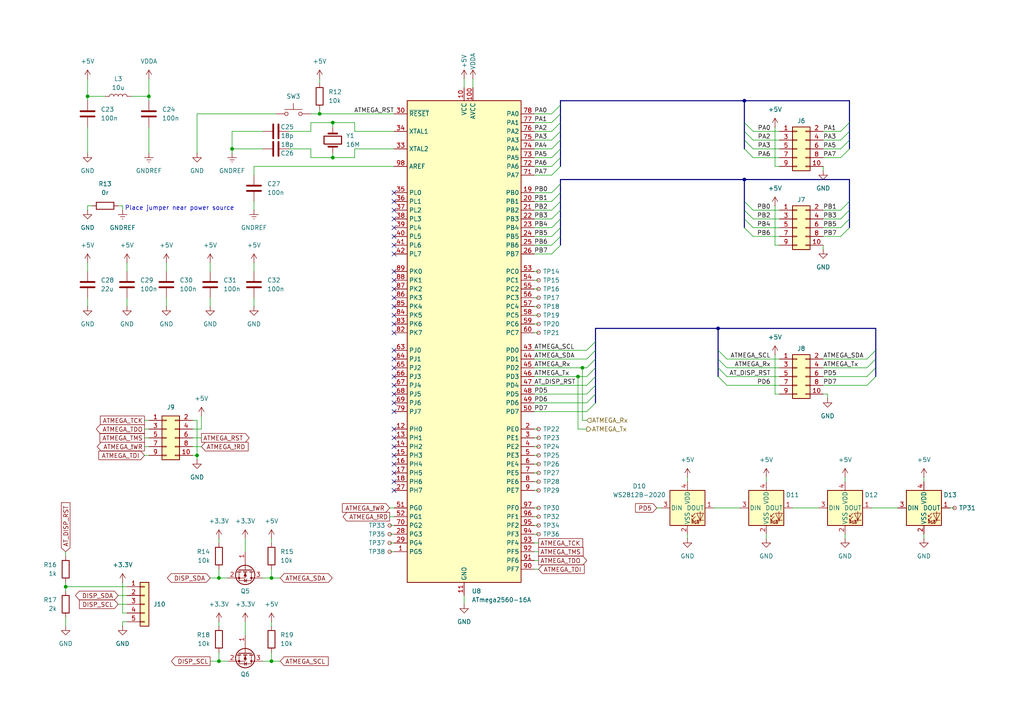
<source format=kicad_sch>
(kicad_sch (version 20231120) (generator "eeschema") (generator_version "8.0")
  (paper "A4")
  (title_block (rev "v1.0") (company "Mechatronik Schule Winterthur"))
  (junction (at 63.5 167.64))
  (junction (at 43.18 27.94))
  (junction (at 168.91 106.68))
  (junction (at 215.9 52.07))
  (junction (at 96.52 35.56))
  (junction (at 19.05 170.18))
  (junction (at 67.31 43.18))
  (junction (at 78.74 191.77))
  (junction (at 208.28 95.25))
  (junction (at 215.9 29.21))
  (junction (at 96.52 45.72))
  (junction (at 78.74 167.64))
  (junction (at 25.4 27.94))
  (junction (at 92.71 33.02))
  (junction (at 63.5 191.77))
  (junction (at 57.15 132.08))
  (junction (at 167.64 109.22))
  (no_connect (at 114.3 60.96))
  (no_connect (at 114.3 71.12))
  (no_connect (at 114.3 137.16))
  (no_connect (at 114.3 111.76))
  (no_connect (at 114.3 81.28))
  (no_connect (at 114.3 114.3))
  (no_connect (at 114.3 88.9))
  (no_connect (at 114.3 134.62))
  (no_connect (at 114.3 66.04))
  (no_connect (at 114.3 142.24))
  (no_connect (at 114.3 58.42))
  (no_connect (at 114.3 104.14))
  (no_connect (at 114.3 119.38))
  (no_connect (at 114.3 116.84))
  (no_connect (at 114.3 124.46))
  (no_connect (at 114.3 55.88))
  (no_connect (at 114.3 91.44))
  (no_connect (at 114.3 83.82))
  (no_connect (at 114.3 132.08))
  (no_connect (at 114.3 127))
  (no_connect (at 114.3 78.74))
  (no_connect (at 114.3 101.6))
  (no_connect (at 114.3 129.54))
  (no_connect (at 114.3 86.36))
  (no_connect (at 114.3 68.58))
  (no_connect (at 114.3 106.68))
  (no_connect (at 114.3 139.7))
  (no_connect (at 114.3 109.22))
  (no_connect (at 114.3 73.66))
  (no_connect (at 114.3 93.98))
  (no_connect (at 114.3 63.5))
  (no_connect (at 114.3 96.52))
  (bus_entry (at 215.9 40.64) (size 2.54 2.54))
  (bus_entry (at 160.02 45.72) (size 2.54 -2.54))
  (bus_entry (at 243.84 68.58) (size 2.54 -2.54))
  (bus_entry (at 251.46 106.68) (size 2.54 -2.54))
  (bus_entry (at 251.46 109.22) (size 2.54 -2.54))
  (bus_entry (at 160.02 73.66) (size 2.54 -2.54))
  (bus_entry (at 170.18 114.3) (size 2.54 -2.54))
  (bus_entry (at 160.02 71.12) (size 2.54 -2.54))
  (bus_entry (at 170.18 106.68) (size 2.54 -2.54))
  (bus_entry (at 160.02 60.96) (size 2.54 -2.54))
  (bus_entry (at 170.18 116.84) (size 2.54 -2.54))
  (bus_entry (at 215.9 60.96) (size 2.54 2.54))
  (bus_entry (at 160.02 35.56) (size 2.54 -2.54))
  (bus_entry (at 160.02 68.58) (size 2.54 -2.54))
  (bus_entry (at 170.18 104.14) (size 2.54 -2.54))
  (bus_entry (at 160.02 38.1) (size 2.54 -2.54))
  (bus_entry (at 160.02 66.04) (size 2.54 -2.54))
  (bus_entry (at 243.84 43.18) (size 2.54 -2.54))
  (bus_entry (at 160.02 63.5) (size 2.54 -2.54))
  (bus_entry (at 170.18 111.76) (size 2.54 -2.54))
  (bus_entry (at 208.28 106.68) (size 2.54 2.54))
  (bus_entry (at 160.02 50.8) (size 2.54 -2.54))
  (bus_entry (at 251.46 111.76) (size 2.54 -2.54))
  (bus_entry (at 243.84 45.72) (size 2.54 -2.54))
  (bus_entry (at 215.9 35.56) (size 2.54 2.54))
  (bus_entry (at 215.9 66.04) (size 2.54 2.54))
  (bus_entry (at 208.28 101.6) (size 2.54 2.54))
  (bus_entry (at 243.84 63.5) (size 2.54 -2.54))
  (bus_entry (at 215.9 38.1) (size 2.54 2.54))
  (bus_entry (at 208.28 104.14) (size 2.54 2.54))
  (bus_entry (at 251.46 104.14) (size 2.54 -2.54))
  (bus_entry (at 160.02 33.02) (size 2.54 -2.54))
  (bus_entry (at 170.18 119.38) (size 2.54 -2.54))
  (bus_entry (at 160.02 43.18) (size 2.54 -2.54))
  (bus_entry (at 160.02 55.88) (size 2.54 -2.54))
  (bus_entry (at 243.84 38.1) (size 2.54 -2.54))
  (bus_entry (at 208.28 109.22) (size 2.54 2.54))
  (bus_entry (at 170.18 101.6) (size 2.54 -2.54))
  (bus_entry (at 243.84 40.64) (size 2.54 -2.54))
  (bus_entry (at 160.02 40.64) (size 2.54 -2.54))
  (bus_entry (at 215.9 58.42) (size 2.54 2.54))
  (bus_entry (at 215.9 63.5) (size 2.54 2.54))
  (bus_entry (at 215.9 43.18) (size 2.54 2.54))
  (bus_entry (at 160.02 48.26) (size 2.54 -2.54))
  (bus_entry (at 243.84 66.04) (size 2.54 -2.54))
  (bus_entry (at 170.18 109.22) (size 2.54 -2.54))
  (bus_entry (at 160.02 58.42) (size 2.54 -2.54))
  (bus_entry (at 243.84 60.96) (size 2.54 -2.54))
  (wire (pts (xy 78.74 191.77) (xy 81.28 191.77)))
  (bus (pts (xy 215.9 40.64) (xy 215.9 43.18)))
  (wire (pts (xy 154.94 88.9) (xy 156.21 88.9)))
  (wire (pts (xy 96.52 35.56) (xy 102.87 35.56)))
  (bus (pts (xy 208.28 101.6) (xy 208.28 104.14)))
  (wire (pts (xy 154.94 43.18) (xy 160.02 43.18)))
  (wire (pts (xy 224.79 59.69) (xy 224.79 71.12)))
  (wire (pts (xy 154.94 78.74) (xy 156.21 78.74)))
  (wire (pts (xy 76.2 38.1) (xy 67.31 38.1)))
  (wire (pts (xy 36.83 76.2) (xy 36.83 78.74)))
  (wire (pts (xy 114.3 157.48) (xy 113.03 157.48)))
  (wire (pts (xy 154.94 35.56) (xy 160.02 35.56)))
  (bus (pts (xy 246.38 29.21) (xy 246.38 35.56)))
  (bus (pts (xy 254 104.14) (xy 254 101.6)))
  (wire (pts (xy 90.17 43.18) (xy 83.82 43.18)))
  (wire (pts (xy 245.11 154.94) (xy 245.11 156.21)))
  (wire (pts (xy 19.05 179.07) (xy 19.05 181.61)))
  (wire (pts (xy 224.79 114.3) (xy 226.06 114.3)))
  (wire (pts (xy 96.52 35.56) (xy 96.52 36.83)))
  (wire (pts (xy 134.62 22.86) (xy 134.62 25.4)))
  (wire (pts (xy 36.83 180.34) (xy 35.56 180.34)))
  (wire (pts (xy 245.11 138.43) (xy 245.11 139.7)))
  (wire (pts (xy 73.66 50.8) (xy 73.66 48.26)))
  (wire (pts (xy 238.76 43.18) (xy 243.84 43.18)))
  (wire (pts (xy 168.91 121.92) (xy 168.91 106.68)))
  (wire (pts (xy 199.39 138.43) (xy 199.39 139.7)))
  (wire (pts (xy 63.5 165.1) (xy 63.5 167.64)))
  (bus (pts (xy 246.38 38.1) (xy 246.38 40.64)))
  (wire (pts (xy 63.5 156.21) (xy 63.5 157.48)))
  (wire (pts (xy 114.3 154.94) (xy 113.03 154.94)))
  (wire (pts (xy 71.12 180.34) (xy 71.12 184.15)))
  (bus (pts (xy 162.56 55.88) (xy 162.56 58.42)))
  (wire (pts (xy 78.74 189.23) (xy 78.74 191.77)))
  (wire (pts (xy 78.74 180.34) (xy 78.74 181.61)))
  (wire (pts (xy 55.88 129.54) (xy 58.42 129.54)))
  (wire (pts (xy 260.35 147.32) (xy 252.73 147.32)))
  (wire (pts (xy 353.06 276.86) (xy 353.06 278.13)))
  (wire (pts (xy 41.91 124.46) (xy 43.18 124.46)))
  (wire (pts (xy 238.76 104.14) (xy 251.46 104.14)))
  (bus (pts (xy 162.56 29.21) (xy 215.9 29.21)))
  (wire (pts (xy 154.94 38.1) (xy 160.02 38.1)))
  (wire (pts (xy 199.39 154.94) (xy 199.39 156.21)))
  (wire (pts (xy 41.91 132.08) (xy 43.18 132.08)))
  (wire (pts (xy 41.91 121.92) (xy 43.18 121.92)))
  (wire (pts (xy 19.05 160.02) (xy 19.05 161.29)))
  (bus (pts (xy 246.38 58.42) (xy 246.38 60.96)))
  (wire (pts (xy 154.94 96.52) (xy 156.21 96.52)))
  (bus (pts (xy 162.56 35.56) (xy 162.56 38.1)))
  (bus (pts (xy 246.38 52.07) (xy 246.38 58.42)))
  (wire (pts (xy 154.94 81.28) (xy 156.21 81.28)))
  (wire (pts (xy 36.83 177.8) (xy 35.56 177.8)))
  (wire (pts (xy 224.79 102.87) (xy 224.79 114.3)))
  (wire (pts (xy 25.4 86.36) (xy 25.4 88.9)))
  (wire (pts (xy 170.18 121.92) (xy 168.91 121.92)))
  (wire (pts (xy 102.87 35.56) (xy 102.87 38.1)))
  (wire (pts (xy 240.03 114.3) (xy 240.03 115.57)))
  (wire (pts (xy 60.96 76.2) (xy 60.96 78.74)))
  (wire (pts (xy 76.2 167.64) (xy 78.74 167.64)))
  (wire (pts (xy 224.79 71.12) (xy 226.06 71.12)))
  (wire (pts (xy 154.94 101.6) (xy 170.18 101.6)))
  (bus (pts (xy 172.72 95.25) (xy 172.72 99.06)))
  (wire (pts (xy 63.5 167.64) (xy 66.04 167.64)))
  (wire (pts (xy 218.44 40.64) (xy 226.06 40.64)))
  (wire (pts (xy 210.82 111.76) (xy 226.06 111.76)))
  (bus (pts (xy 215.9 58.42) (xy 215.9 60.96)))
  (wire (pts (xy 58.42 124.46) (xy 58.42 120.65)))
  (bus (pts (xy 208.28 95.25) (xy 208.28 101.6)))
  (wire (pts (xy 210.82 104.14) (xy 226.06 104.14)))
  (wire (pts (xy 92.71 31.75) (xy 92.71 33.02)))
  (bus (pts (xy 162.56 60.96) (xy 162.56 63.5)))
  (wire (pts (xy 267.97 138.43) (xy 267.97 139.7)))
  (wire (pts (xy 154.94 50.8) (xy 160.02 50.8)))
  (wire (pts (xy 154.94 83.82) (xy 156.21 83.82)))
  (wire (pts (xy 167.64 109.22) (xy 170.18 109.22)))
  (wire (pts (xy 55.88 132.08) (xy 57.15 132.08)))
  (wire (pts (xy 154.94 147.32) (xy 156.21 147.32)))
  (wire (pts (xy 43.18 22.86) (xy 43.18 27.94)))
  (wire (pts (xy 238.76 106.68) (xy 251.46 106.68)))
  (wire (pts (xy 114.3 160.02) (xy 113.03 160.02)))
  (bus (pts (xy 162.56 40.64) (xy 162.56 43.18)))
  (wire (pts (xy 154.94 109.22) (xy 167.64 109.22)))
  (wire (pts (xy 80.01 33.02) (xy 57.15 33.02)))
  (wire (pts (xy 38.1 27.94) (xy 43.18 27.94)))
  (wire (pts (xy 238.76 71.12) (xy 238.76 72.39)))
  (wire (pts (xy 73.66 86.36) (xy 73.66 88.9)))
  (wire (pts (xy 137.16 22.86) (xy 137.16 25.4)))
  (wire (pts (xy 90.17 35.56) (xy 96.52 35.56)))
  (wire (pts (xy 154.94 165.1) (xy 156.21 165.1)))
  (wire (pts (xy 57.15 121.92) (xy 57.15 132.08)))
  (wire (pts (xy 60.96 167.64) (xy 63.5 167.64)))
  (wire (pts (xy 154.94 93.98) (xy 156.21 93.98)))
  (wire (pts (xy 25.4 60.96) (xy 25.4 59.69)))
  (bus (pts (xy 172.72 111.76) (xy 172.72 114.3)))
  (wire (pts (xy 83.82 38.1) (xy 90.17 38.1)))
  (wire (pts (xy 113.03 147.32) (xy 114.3 147.32)))
  (wire (pts (xy 113.03 149.86) (xy 114.3 149.86)))
  (bus (pts (xy 172.72 106.68) (xy 172.72 109.22)))
  (wire (pts (xy 96.52 44.45) (xy 96.52 45.72)))
  (wire (pts (xy 92.71 33.02) (xy 114.3 33.02)))
  (wire (pts (xy 154.94 58.42) (xy 160.02 58.42)))
  (wire (pts (xy 67.31 43.18) (xy 76.2 43.18)))
  (wire (pts (xy 218.44 43.18) (xy 226.06 43.18)))
  (wire (pts (xy 43.18 36.83) (xy 43.18 44.45)))
  (wire (pts (xy 154.94 60.96) (xy 160.02 60.96)))
  (wire (pts (xy 154.94 40.64) (xy 160.02 40.64)))
  (wire (pts (xy 154.94 63.5) (xy 160.02 63.5)))
  (wire (pts (xy 224.79 36.83) (xy 224.79 48.26)))
  (wire (pts (xy 25.4 27.94) (xy 30.48 27.94)))
  (wire (pts (xy 154.94 71.12) (xy 160.02 71.12)))
  (wire (pts (xy 55.88 121.92) (xy 57.15 121.92)))
  (wire (pts (xy 154.94 149.86) (xy 156.21 149.86)))
  (wire (pts (xy 154.94 132.08) (xy 156.21 132.08)))
  (wire (pts (xy 375.92 276.86) (xy 375.92 278.13)))
  (wire (pts (xy 154.94 129.54) (xy 156.21 129.54)))
  (bus (pts (xy 162.56 52.07) (xy 215.9 52.07)))
  (wire (pts (xy 168.91 106.68) (xy 170.18 106.68)))
  (wire (pts (xy 34.29 172.72) (xy 36.83 172.72)))
  (bus (pts (xy 172.72 99.06) (xy 172.72 101.6)))
  (wire (pts (xy 73.66 76.2) (xy 73.66 78.74)))
  (wire (pts (xy 48.26 86.36) (xy 48.26 88.9)))
  (wire (pts (xy 167.64 124.46) (xy 167.64 109.22)))
  (wire (pts (xy 60.96 191.77) (xy 63.5 191.77)))
  (wire (pts (xy 43.18 27.94) (xy 43.18 29.21)))
  (wire (pts (xy 154.94 127) (xy 156.21 127)))
  (wire (pts (xy 154.94 48.26) (xy 160.02 48.26)))
  (wire (pts (xy 222.25 154.94) (xy 222.25 156.21)))
  (wire (pts (xy 41.91 129.54) (xy 43.18 129.54)))
  (wire (pts (xy 48.26 76.2) (xy 48.26 78.74)))
  (bus (pts (xy 246.38 63.5) (xy 246.38 66.04)))
  (wire (pts (xy 218.44 66.04) (xy 226.06 66.04)))
  (wire (pts (xy 154.94 142.24) (xy 156.21 142.24)))
  (bus (pts (xy 162.56 58.42) (xy 162.56 60.96)))
  (wire (pts (xy 154.94 139.7) (xy 156.21 139.7)))
  (wire (pts (xy 224.79 48.26) (xy 226.06 48.26)))
  (wire (pts (xy 154.94 68.58) (xy 160.02 68.58)))
  (wire (pts (xy 218.44 63.5) (xy 226.06 63.5)))
  (wire (pts (xy 102.87 38.1) (xy 114.3 38.1)))
  (wire (pts (xy 19.05 170.18) (xy 36.83 170.18)))
  (wire (pts (xy 238.76 40.64) (xy 243.84 40.64)))
  (wire (pts (xy 19.05 170.18) (xy 19.05 171.45)))
  (wire (pts (xy 154.94 160.02) (xy 156.21 160.02)))
  (bus (pts (xy 162.56 68.58) (xy 162.56 71.12)))
  (bus (pts (xy 162.56 30.48) (xy 162.56 33.02)))
  (wire (pts (xy 55.88 127) (xy 58.42 127)))
  (wire (pts (xy 154.94 116.84) (xy 170.18 116.84)))
  (wire (pts (xy 90.17 45.72) (xy 90.17 43.18)))
  (bus (pts (xy 162.56 66.04) (xy 162.56 68.58)))
  (bus (pts (xy 254 106.68) (xy 254 104.14)))
  (wire (pts (xy 238.76 60.96) (xy 243.84 60.96)))
  (wire (pts (xy 102.87 43.18) (xy 102.87 45.72)))
  (wire (pts (xy 218.44 68.58) (xy 226.06 68.58)))
  (wire (pts (xy 222.25 138.43) (xy 222.25 139.7)))
  (wire (pts (xy 78.74 156.21) (xy 78.74 157.48)))
  (bus (pts (xy 215.9 63.5) (xy 215.9 66.04)))
  (bus (pts (xy 215.9 29.21) (xy 215.9 35.56)))
  (wire (pts (xy 35.56 59.69) (xy 34.29 59.69)))
  (bus (pts (xy 215.9 38.1) (xy 215.9 40.64)))
  (bus (pts (xy 172.72 109.22) (xy 172.72 111.76)))
  (wire (pts (xy 154.94 152.4) (xy 156.21 152.4)))
  (wire (pts (xy 76.2 191.77) (xy 78.74 191.77)))
  (wire (pts (xy 57.15 132.08) (xy 57.15 133.35)))
  (wire (pts (xy 134.62 172.72) (xy 134.62 175.26)))
  (wire (pts (xy 63.5 180.34) (xy 63.5 181.61)))
  (wire (pts (xy 92.71 22.86) (xy 92.71 24.13)))
  (wire (pts (xy 78.74 167.64) (xy 81.28 167.64)))
  (wire (pts (xy 154.94 55.88) (xy 160.02 55.88)))
  (wire (pts (xy 210.82 106.68) (xy 226.06 106.68)))
  (wire (pts (xy 238.76 63.5) (xy 243.84 63.5)))
  (wire (pts (xy 276.86 147.32) (xy 275.59 147.32)))
  (wire (pts (xy 71.12 156.21) (xy 71.12 160.02)))
  (wire (pts (xy 207.01 147.32) (xy 214.63 147.32)))
  (wire (pts (xy 154.94 106.68) (xy 168.91 106.68)))
  (bus (pts (xy 162.56 45.72) (xy 162.56 48.26)))
  (wire (pts (xy 398.78 276.86) (xy 398.78 278.13)))
  (wire (pts (xy 63.5 191.77) (xy 66.04 191.77)))
  (wire (pts (xy 35.56 180.34) (xy 35.56 181.61)))
  (wire (pts (xy 19.05 168.91) (xy 19.05 170.18)))
  (bus (pts (xy 254 101.6) (xy 254 95.25)))
  (wire (pts (xy 238.76 109.22) (xy 251.46 109.22)))
  (bus (pts (xy 172.72 101.6) (xy 172.72 104.14)))
  (wire (pts (xy 154.94 114.3) (xy 170.18 114.3)))
  (wire (pts (xy 114.3 152.4) (xy 113.03 152.4)))
  (wire (pts (xy 102.87 45.72) (xy 96.52 45.72)))
  (wire (pts (xy 238.76 114.3) (xy 240.03 114.3)))
  (wire (pts (xy 154.94 45.72) (xy 160.02 45.72)))
  (bus (pts (xy 254 95.25) (xy 208.28 95.25)))
  (bus (pts (xy 208.28 104.14) (xy 208.28 106.68)))
  (bus (pts (xy 172.72 114.3) (xy 172.72 116.84)))
  (wire (pts (xy 154.94 154.94) (xy 156.21 154.94)))
  (bus (pts (xy 162.56 38.1) (xy 162.56 40.64)))
  (bus (pts (xy 172.72 95.25) (xy 208.28 95.25)))
  (wire (pts (xy 34.29 175.26) (xy 36.83 175.26)))
  (wire (pts (xy 154.94 162.56) (xy 156.21 162.56)))
  (wire (pts (xy 154.94 124.46) (xy 156.21 124.46)))
  (wire (pts (xy 267.97 154.94) (xy 267.97 156.21)))
  (bus (pts (xy 246.38 60.96) (xy 246.38 63.5)))
  (bus (pts (xy 215.9 29.21) (xy 246.38 29.21)))
  (wire (pts (xy 154.94 157.48) (xy 156.21 157.48)))
  (wire (pts (xy 330.2 276.86) (xy 330.2 278.13)))
  (wire (pts (xy 154.94 134.62) (xy 156.21 134.62)))
  (wire (pts (xy 35.56 60.96) (xy 35.56 59.69)))
  (wire (pts (xy 63.5 189.23) (xy 63.5 191.77)))
  (wire (pts (xy 154.94 86.36) (xy 156.21 86.36)))
  (wire (pts (xy 25.4 22.86) (xy 25.4 27.94)))
  (wire (pts (xy 154.94 66.04) (xy 160.02 66.04)))
  (wire (pts (xy 25.4 27.94) (xy 25.4 29.21)))
  (wire (pts (xy 154.94 73.66) (xy 160.02 73.66)))
  (wire (pts (xy 114.3 43.18) (xy 102.87 43.18)))
  (wire (pts (xy 218.44 60.96) (xy 226.06 60.96)))
  (wire (pts (xy 67.31 38.1) (xy 67.31 43.18)))
  (bus (pts (xy 208.28 106.68) (xy 208.28 109.22)))
  (bus (pts (xy 246.38 35.56) (xy 246.38 38.1)))
  (bus (pts (xy 215.9 52.07) (xy 246.38 52.07)))
  (bus (pts (xy 215.9 60.96) (xy 215.9 63.5)))
  (wire (pts (xy 73.66 58.42) (xy 73.66 60.96)))
  (wire (pts (xy 78.74 165.1) (xy 78.74 167.64)))
  (wire (pts (xy 218.44 38.1) (xy 226.06 38.1)))
  (wire (pts (xy 190.5 147.32) (xy 191.77 147.32)))
  (wire (pts (xy 25.4 36.83) (xy 25.4 44.45)))
  (wire (pts (xy 96.52 45.72) (xy 90.17 45.72)))
  (wire (pts (xy 238.76 111.76) (xy 251.46 111.76)))
  (wire (pts (xy 154.94 33.02) (xy 160.02 33.02)))
  (wire (pts (xy 36.83 86.36) (xy 36.83 88.9)))
  (wire (pts (xy 90.17 33.02) (xy 92.71 33.02)))
  (bus (pts (xy 162.56 52.07) (xy 162.56 53.34)))
  (wire (pts (xy 41.91 127) (xy 43.18 127)))
  (wire (pts (xy 154.94 137.16) (xy 156.21 137.16)))
  (wire (pts (xy 154.94 104.14) (xy 170.18 104.14)))
  (wire (pts (xy 73.66 48.26) (xy 114.3 48.26)))
  (wire (pts (xy 238.76 38.1) (xy 243.84 38.1)))
  (wire (pts (xy 238.76 68.58) (xy 243.84 68.58)))
  (wire (pts (xy 210.82 109.22) (xy 226.06 109.22)))
  (wire (pts (xy 90.17 38.1) (xy 90.17 35.56)))
  (bus (pts (xy 246.38 40.64) (xy 246.38 43.18)))
  (bus (pts (xy 162.56 29.21) (xy 162.56 30.48)))
  (bus (pts (xy 215.9 52.07) (xy 215.9 58.42)))
  (wire (pts (xy 170.18 124.46) (xy 167.64 124.46)))
  (wire (pts (xy 154.94 119.38) (xy 170.18 119.38)))
  (wire (pts (xy 60.96 86.36) (xy 60.96 88.9)))
  (wire (pts (xy 229.87 147.32) (xy 237.49 147.32)))
  (bus (pts (xy 162.56 53.34) (xy 162.56 55.88)))
  (wire (pts (xy 238.76 45.72) (xy 243.84 45.72)))
  (bus (pts (xy 162.56 33.02) (xy 162.56 35.56)))
  (wire (pts (xy 154.94 91.44) (xy 156.21 91.44)))
  (wire (pts (xy 35.56 177.8) (xy 35.56 168.91)))
  (bus (pts (xy 162.56 63.5) (xy 162.56 66.04)))
  (wire (pts (xy 218.44 45.72) (xy 226.06 45.72)))
  (bus (pts (xy 162.56 43.18) (xy 162.56 45.72)))
  (wire (pts (xy 238.76 48.26) (xy 238.76 49.53)))
  (bus (pts (xy 254 109.22) (xy 254 106.68)))
  (wire (pts (xy 154.94 111.76) (xy 170.18 111.76)))
  (wire (pts (xy 55.88 124.46) (xy 58.42 124.46)))
  (wire (pts (xy 57.15 33.02) (xy 57.15 44.45)))
  (wire (pts (xy 67.31 43.18) (xy 67.31 44.45)))
  (wire (pts (xy 25.4 59.69) (xy 26.67 59.69)))
  (wire (pts (xy 25.4 76.2) (xy 25.4 78.74)))
  (bus (pts (xy 215.9 35.56) (xy 215.9 38.1)))
  (wire (pts (xy 238.76 66.04) (xy 243.84 66.04)))
  (bus (pts (xy 172.72 104.14) (xy 172.72 106.68)))
  (text "Place jumper near power source" (at 52.07 60.452 0) (effects (font (size 1.27 1.27))))
  (label "PA0" (at 223.52 38.1 180))
  (label "PB6" (at 154.94 71.12 0))
  (label "PB3" (at 154.94 63.5 0))
  (label "ATMEGA_SCL" (at 223.52 104.14 180))
  (label "ATMEGA_Rx" (at 154.94 106.68 0))
  (label "ATMEGA_Tx" (at 154.94 109.22 0))
  (label "PB2" (at 154.94 60.96 0))
  (label "PD7" (at 154.94 119.38 0))
  (label "PB5" (at 238.76 66.04 0))
  (label "PB6" (at 223.52 68.58 180))
  (label "PA6" (at 223.52 45.72 180))
  (label "AT_DISP_RST" (at 154.94 111.76 0))
  (label "ATMEGA_RST" (at 114.3 33.02 180))
  (label "PD7" (at 238.76 111.76 0))
  (label "PD5" (at 238.76 109.22 0))
  (label "PB0" (at 223.52 60.96 180))
  (label "PB0" (at 154.94 55.88 0))
  (label "AT_DISP_RST" (at 223.52 109.22 180))
  (label "PA5" (at 238.76 43.18 0))
  (label "ATMEGA_SCL" (at 154.94 101.6 0))
  (label "PA1" (at 154.94 35.56 0))
  (label "PA2" (at 223.52 40.64 180))
  (label "ATMEGA_SDA" (at 154.94 104.14 0))
  (label "PB1" (at 154.94 58.42 0))
  (label "PB1" (at 238.76 60.96 0))
  (label "PD6" (at 154.94 116.84 0))
  (label "PB7" (at 154.94 73.66 0))
  (label "PB7" (at 238.76 68.58 0))
  (label "PA1" (at 238.76 38.1 0))
  (label "ATMEGA_Tx" (at 238.76 106.68 0))
  (label "PB4" (at 223.52 66.04 180))
  (label "PA0" (at 154.94 33.02 0))
  (label "PB5" (at 154.94 68.58 0))
  (label "PA3" (at 154.94 40.64 0))
  (label "PB3" (at 238.76 63.5 0))
  (label "ATMEGA_Rx" (at 223.52 106.68 180))
  (label "PB2" (at 223.52 63.5 180))
  (label "PA7" (at 238.76 45.72 0))
  (label "PB4" (at 154.94 66.04 0))
  (label "PA7" (at 154.94 50.8 0))
  (label "ATMEGA_SDA" (at 238.76 104.14 0))
  (label "PA3" (at 223.52 43.18 180))
  (label "PA6" (at 154.94 48.26 0))
  (label "PA2" (at 154.94 38.1 0))
  (label "PA3" (at 238.76 40.64 0))
  (label "PA5" (at 154.94 45.72 0))
  (label "PD6" (at 223.52 111.76 180))
  (label "PD5" (at 154.94 114.3 0))
  (label "PA4" (at 154.94 43.18 0))
  (global_label "AT_DISP_RST" (shape input) (at 19.05 160.02 90) (property "Intersheetrefs" "${INTERSHEET_REFS}" (effects (hide yes))))
  (global_label "ATMEGA_RST" (shape output) (at 58.42 127 0) (property "Intersheetrefs" "${INTERSHEET_REFS}" (effects (hide yes))))
  (global_label "ATMEGA_TDI" (shape input) (at 41.91 132.08 180) (property "Intersheetrefs" "${INTERSHEET_REFS}" (effects (hide yes))))
  (global_label "ATMEGA_SCL" (shape input) (at 81.28 191.77 0) (property "Intersheetrefs" "${INTERSHEET_REFS}" (effects (hide yes))))
  (global_label "PD5" (shape input) (at 190.5 147.32 180) (property "Intersheetrefs" "${INTERSHEET_REFS}" (effects (hide yes))))
  (global_label "ATMEGA_!WR" (shape input) (at 113.03 147.32 180) (property "Intersheetrefs" "${INTERSHEET_REFS}" (effects (hide yes))))
  (global_label "ATMEGA_TDI" (shape input) (at 156.21 165.1 0) (property "Intersheetrefs" "${INTERSHEET_REFS}" (effects (hide yes))))
  (global_label "ATMEGA_TMS" (shape passive) (at 41.91 127 180) (property "Intersheetrefs" "${INTERSHEET_REFS}" (effects (hide yes))))
  (global_label "DISP_SCL" (shape output) (at 60.96 191.77 180) (property "Intersheetrefs" "${INTERSHEET_REFS}" (effects (hide yes))))
  (global_label "ATMEGA_TCK" (shape passive) (at 156.21 157.48 0) (property "Intersheetrefs" "${INTERSHEET_REFS}" (effects (hide yes))))
  (global_label "ATMEGA_TMS" (shape passive) (at 156.21 160.02 0) (property "Intersheetrefs" "${INTERSHEET_REFS}" (effects (hide yes))))
  (global_label "ATMEGA_!WR" (shape output) (at 41.91 129.54 180) (property "Intersheetrefs" "${INTERSHEET_REFS}" (effects (hide yes))))
  (global_label "ATMEGA_SDA" (shape bidirectional) (at 81.28 167.64 0) (property "Intersheetrefs" "${INTERSHEET_REFS}" (effects (hide yes))))
  (global_label "ATMEGA_TCK" (shape passive) (at 41.91 121.92 180) (property "Intersheetrefs" "${INTERSHEET_REFS}" (effects (hide yes))))
  (global_label "DISP_SDA" (shape bidirectional) (at 60.96 167.64 180) (property "Intersheetrefs" "${INTERSHEET_REFS}" (effects (hide yes))))
  (global_label "DISP_SDA" (shape bidirectional) (at 34.29 172.72 180) (property "Intersheetrefs" "${INTERSHEET_REFS}" (effects (hide yes))))
  (global_label "ATMEGA_!RD" (shape input) (at 58.42 129.54 0) (property "Intersheetrefs" "${INTERSHEET_REFS}" (effects (hide yes))))
  (global_label "ATMEGA_TDO" (shape output) (at 41.91 124.46 180) (property "Intersheetrefs" "${INTERSHEET_REFS}" (effects (hide yes))))
  (global_label "DISP_SCL" (shape input) (at 34.29 175.26 180) (property "Intersheetrefs" "${INTERSHEET_REFS}" (effects (hide yes))))
  (global_label "ATMEGA_!RD" (shape output) (at 113.03 149.86 180) (property "Intersheetrefs" "${INTERSHEET_REFS}" (effects (hide yes))))
  (global_label "ATMEGA_TDO" (shape output) (at 156.21 162.56 0) (property "Intersheetrefs" "${INTERSHEET_REFS}" (effects (hide yes))))
  (hierarchical_label "ATMEGA_Tx" (shape output) (at 170.18 124.46 0))
  (hierarchical_label "ATMEGA_Rx" (shape input) (at 170.18 121.92 0))
  (symbol (lib_id "power:GND") (at 25.4 60.96 0) (unit 1)
    (property "Reference" "#PWR0101" (effects (hide yes)))
    (property "Value" "GND" (at 25.4 66.04 0))
    (property "Description" "Power symbol creates a global label with name \"GND\" , ground" (effects (hide yes)))
  )
  (symbol (lib_id "Connector:TestPoint_Small") (at 113.03 160.02 180) (unit 1)
    (property "Reference" "TP38" (at 111.76 160.0201 0) (effects (justify left)))
    (property "Value" "TestPoint_Small" (effects (hide yes)))
    (property "Footprint" "TestPoint:TestPoint_Pad_D1.0mm" (effects (hide yes)))
    (property "Description" "test point" (effects (hide yes)))
  )
  (symbol (lib_id "power:GND") (at 398.78 278.13 0) (unit 1)
    (property "Reference" "#PWR0140" (effects (hide yes)))
    (property "Value" "GND" (at 398.78 283.21 0))
    (property "Description" "Power symbol creates a global label with name \"GND\" , ground" (effects (hide yes)))
  )
  (symbol (lib_id "power:+5V") (at 199.39 138.43 0) (unit 1)
    (property "Reference" "#PWR0119" (effects (hide yes)))
    (property "Value" "+5V" (at 199.39 133.35 0))
    (property "Description" "Power symbol creates a global label with name \"+5V\"" (effects (hide yes)))
  )
  (symbol (lib_id "Connector:TestPoint_Small") (at 156.21 149.86 0) (unit 1)
    (property "Reference" "TP32" (at 157.48 149.8599 0) (effects (justify left)))
    (property "Value" "TestPoint_Small" (effects (hide yes)))
    (property "Footprint" "TestPoint:TestPoint_Pad_D1.0mm" (effects (hide yes)))
    (property "Description" "test point" (effects (hide yes)))
  )
  (symbol (lib_id "power:+5V") (at 134.62 22.86 0) (unit 1)
    (property "Reference" "#PWR092" (effects (hide yes)))
    (property "Value" "+5V" (at 134.62 17.78 90))
    (property "Description" "Power symbol creates a global label with name \"+5V\"" (effects (hide yes)))
  )
  (symbol (lib_id "power:+5V") (at 60.96 76.2 0) (unit 1)
    (property "Reference" "#PWR0108" (effects (hide yes)))
    (property "Value" "+5V" (at 60.96 71.12 0))
    (property "Description" "Power symbol creates a global label with name \"+5V\"" (effects (hide yes)))
  )
  (symbol (lib_id "power:+3.3V") (at 35.56 168.91 0) (unit 1)
    (property "Reference" "#PWR0130" (effects (hide yes)))
    (property "Value" "+3.3V" (at 35.56 163.83 0))
    (property "Description" "Power symbol creates a global label with name \"+3.3V\"" (effects (hide yes)))
  )
  (symbol (lib_id "power:+5V") (at 36.83 76.2 0) (unit 1)
    (property "Reference" "#PWR0106" (effects (hide yes)))
    (property "Value" "+5V" (at 36.83 71.12 0))
    (property "Description" "Power symbol creates a global label with name \"+5V\"" (effects (hide yes)))
  )
  (symbol (lib_id "power:+5V") (at 48.26 76.2 0) (unit 1)
    (property "Reference" "#PWR0107" (effects (hide yes)))
    (property "Value" "+5V" (at 48.26 71.12 0))
    (property "Description" "Power symbol creates a global label with name \"+5V\"" (effects (hide yes)))
  )
  (symbol (lib_id "Connector:TestPoint_Small") (at 113.03 154.94 180) (unit 1)
    (property "Reference" "TP35" (at 111.76 154.9401 0) (effects (justify left)))
    (property "Value" "TestPoint_Small" (effects (hide yes)))
    (property "Footprint" "TestPoint:TestPoint_Pad_D1.0mm" (effects (hide yes)))
    (property "Description" "test point" (effects (hide yes)))
  )
  (symbol (lib_id "Device:C") (at 25.4 82.55 0) (unit 1)
    (property "Reference" "C28" (at 29.21 81.2799 0) (effects (justify left)))
    (property "Value" "22u" (at 29.21 83.8199 0) (effects (justify left)))
    (property "Footprint" "Capacitor_SMD:C_0805_2012Metric" (effects (hide yes)))
    (property "Description" "Unpolarized capacitor" (effects (hide yes)))
  )
  (symbol (lib_id "power:GND") (at 57.15 44.45 0) (unit 1)
    (property "Reference" "#PWR097" (effects (hide yes)))
    (property "Value" "GND" (at 57.15 49.53 0))
    (property "Description" "Power symbol creates a global label with name \"GND\" , ground" (effects (hide yes)))
  )
  (symbol (lib_id "power:+5V") (at 58.42 120.65 0) (unit 1)
    (property "Reference" "#PWR0117" (effects (hide yes)))
    (property "Value" "+5V" (at 58.42 115.57 0))
    (property "Description" "Power symbol creates a global label with name \"+5V\"" (effects (hide yes)))
  )
  (symbol (lib_id "power:+5V") (at 78.74 156.21 0) (unit 1)
    (property "Reference" "#PWR0125" (effects (hide yes)))
    (property "Value" "+5V" (at 78.74 151.13 0))
    (property "Description" "Power symbol creates a global label with name \"+5V\"" (effects (hide yes)))
  )
  (symbol (lib_id "power:GND") (at 330.2 278.13 0) (unit 1)
    (property "Reference" "#PWR0137" (effects (hide yes)))
    (property "Value" "GND" (at 330.2 283.21 0))
    (property "Description" "Power symbol creates a global label with name \"GND\" , ground" (effects (hide yes)))
  )
  (symbol (lib_id "LED:WS2812B-2020") (at 267.97 147.32 0) (unit 1)
    (property "Reference" "D13" (at 275.59 143.5414 0))
    (property "Value" "WS2812B-2020" (effects (hide yes)))
    (property "Footprint" "LED_SMD:LED_WS2812B-2020_PLCC4_2.0x2.0mm" (effects (hide yes)))
    (property "Datasheet" "https://cdn-shop.adafruit.com/product-files/4684/4684_WS2812B-2020_V1.3_EN.pdf" (effects (hide yes)))
    (property "Description" "RGB LED with integrated controller, 2.0 x 2.0 mm, 12 mA" (effects (hide yes)))
  )
  (symbol (lib_id "Device:C") (at 36.83 82.55 0) (unit 1)
    (property "Reference" "C29" (at 40.64 81.2799 0) (effects (justify left)))
    (property "Value" "100n" (at 40.64 83.8199 0) (effects (justify left)))
    (property "Footprint" "Capacitor_SMD:C_0805_2012Metric" (effects (hide yes)))
    (property "Description" "Unpolarized capacitor" (effects (hide yes)))
  )
  (symbol (lib_id "power:+5V") (at 245.11 138.43 0) (unit 1)
    (property "Reference" "#PWR0121" (effects (hide yes)))
    (property "Value" "+5V" (at 245.11 133.35 0))
    (property "Description" "Power symbol creates a global label with name \"+5V\"" (effects (hide yes)))
  )
  (symbol (lib_id "power:GNDREF") (at 73.66 60.96 0) (unit 1)
    (property "Reference" "#PWR0103" (effects (hide yes)))
    (property "Value" "GNDREF" (at 73.66 66.04 0))
    (property "Description" "Power symbol creates a global label with name \"GNDREF\" , reference supply ground" (effects (hide yes)))
  )
  (symbol (lib_id "LED:WS2812B-2020") (at 222.25 147.32 0) (unit 1)
    (property "Reference" "D11" (at 229.87 143.5414 0))
    (property "Value" "WS2812B-2020" (effects (hide yes)))
    (property "Footprint" "LED_SMD:LED_WS2812B-2020_PLCC4_2.0x2.0mm" (effects (hide yes)))
    (property "Datasheet" "https://cdn-shop.adafruit.com/product-files/4684/4684_WS2812B-2020_V1.3_EN.pdf" (effects (hide yes)))
    (property "Description" "RGB LED with integrated controller, 2.0 x 2.0 mm, 12 mA" (effects (hide yes)))
  )
  (symbol (lib_id "Connector:TestPoint_Small") (at 156.21 78.74 0) (unit 1)
    (property "Reference" "TP14" (at 157.48 78.7399 0) (effects (justify left)))
    (property "Value" "TestPoint_Small" (effects (hide yes)))
    (property "Footprint" "TestPoint:TestPoint_Pad_D1.0mm" (effects (hide yes)))
    (property "Description" "test point" (effects (hide yes)))
  )
  (symbol (lib_id "Connector:TestPoint_Small") (at 156.21 88.9 0) (unit 1)
    (property "Reference" "TP18" (at 157.48 88.8999 0) (effects (justify left)))
    (property "Value" "TestPoint_Small" (effects (hide yes)))
    (property "Footprint" "TestPoint:TestPoint_Pad_D1.0mm" (effects (hide yes)))
    (property "Description" "test point" (effects (hide yes)))
  )
  (symbol (lib_id "Device:R") (at 63.5 161.29 0) (mirror x) (unit 1)
    (property "Reference" "R14" (at 60.96 160.0199 0) (effects (justify right)))
    (property "Value" "10k" (at 60.96 162.5599 0) (effects (justify right)))
    (property "Footprint" "Resistor_SMD:R_0805_2012Metric" (effects (hide yes)))
    (property "Description" "Resistor" (effects (hide yes)))
  )
  (symbol (lib_id "power:GND") (at 25.4 88.9 0) (unit 1)
    (property "Reference" "#PWR0110" (effects (hide yes)))
    (property "Value" "GND" (at 25.4 93.98 0))
    (property "Description" "Power symbol creates a global label with name \"GND\" , ground" (effects (hide yes)))
  )
  (symbol (lib_id "power:+5V") (at 92.71 22.86 0) (unit 1)
    (property "Reference" "#PWR091" (effects (hide yes)))
    (property "Value" "+5V" (at 92.71 17.78 0))
    (property "Description" "Power symbol creates a global label with name \"+5V\"" (effects (hide yes)))
  )
  (symbol (lib_id "power:GND") (at 375.92 278.13 0) (unit 1)
    (property "Reference" "#PWR0139" (effects (hide yes)))
    (property "Value" "GND" (at 375.92 283.21 0))
    (property "Description" "Power symbol creates a global label with name \"GND\" , ground" (effects (hide yes)))
  )
  (symbol (lib_id "power:+5V") (at 78.74 180.34 0) (unit 1)
    (property "Reference" "#PWR0134" (effects (hide yes)))
    (property "Value" "+5V" (at 78.74 175.26 0))
    (property "Description" "Power symbol creates a global label with name \"+5V\"" (effects (hide yes)))
  )
  (symbol (lib_id "Connector_Generic:Conn_02x05_Odd_Even") (at 231.14 43.18 0) (unit 1)
    (property "Reference" "J6" (at 232.41 35.052 0))
    (property "Value" "Conn_02x05_Odd_Even" (effects (hide yes)))
    (property "Footprint" "Connector_IDC:IDC-Header_2x05_P2.54mm_Vertical" (effects (hide yes)))
    (property "Description" "Generic connector, double row, 02x05, odd/even pin numbering scheme (row 1 odd numbers, row 2 even numbers), script generated (kicad-library-utils/schlib/autogen/connector/)" (effects (hide yes)))
  )
  (symbol (lib_id "Device:C") (at 73.66 54.61 0) (unit 1)
    (property "Reference" "C27" (at 77.47 53.3399 0) (effects (justify left)))
    (property "Value" "100n" (at 77.47 55.8799 0) (effects (justify left)))
    (property "Footprint" "Capacitor_SMD:C_0805_2012Metric" (effects (hide yes)))
    (property "Description" "Unpolarized capacitor" (effects (hide yes)))
  )
  (symbol (lib_id "Connector:TestPoint_Small") (at 156.21 139.7 0) (unit 1)
    (property "Reference" "TP28" (at 157.48 139.6999 0) (effects (justify left)))
    (property "Value" "TestPoint_Small" (effects (hide yes)))
    (property "Footprint" "TestPoint:TestPoint_Pad_D1.0mm" (effects (hide yes)))
    (property "Description" "test point" (effects (hide yes)))
  )
  (symbol (lib_id "power:+5V") (at 224.79 102.87 0) (unit 1)
    (property "Reference" "#PWR0115" (effects (hide yes)))
    (property "Value" "+5V" (at 224.79 97.79 0))
    (property "Description" "Power symbol creates a global label with name \"+5V\"" (effects (hide yes)))
  )
  (symbol (lib_id "power:GND") (at 60.96 88.9 0) (unit 1)
    (property "Reference" "#PWR0113" (effects (hide yes)))
    (property "Value" "GND" (at 60.96 93.98 0))
    (property "Description" "Power symbol creates a global label with name \"GND\" , ground" (effects (hide yes)))
  )
  (symbol (lib_id "Connector:TestPoint_Small") (at 156.21 132.08 0) (unit 1)
    (property "Reference" "TP25" (at 157.48 132.0799 0) (effects (justify left)))
    (property "Value" "TestPoint_Small" (effects (hide yes)))
    (property "Footprint" "TestPoint:TestPoint_Pad_D1.0mm" (effects (hide yes)))
    (property "Description" "test point" (effects (hide yes)))
  )
  (symbol (lib_id "Device:R") (at 19.05 165.1 0) (mirror x) (unit 1)
    (property "Reference" "R16" (at 16.51 163.8299 0) (effects (justify right)))
    (property "Value" "1k" (at 16.51 166.3699 0) (effects (justify right)))
    (property "Footprint" "Resistor_SMD:R_0805_2012Metric" (effects (hide yes)))
    (property "Description" "Resistor" (effects (hide yes)))
  )
  (symbol (lib_id "power:+5V") (at 25.4 76.2 0) (unit 1)
    (property "Reference" "#PWR0105" (effects (hide yes)))
    (property "Value" "+5V" (at 25.4 71.12 0))
    (property "Description" "Power symbol creates a global label with name \"+5V\"" (effects (hide yes)))
  )
  (symbol (lib_id "Connector_Generic:Conn_01x05") (at 41.91 175.26 0) (unit 1)
    (property "Reference" "J10" (at 44.45 175.2599 0) (effects (justify left)))
    (property "Value" "Conn_01x05" (effects (hide yes)))
    (property "Footprint" "Connector_PinHeader_2.54mm:PinHeader_1x05_P2.54mm_Vertical" (effects (hide yes)))
    (property "Description" "Generic connector, single row, 01x05, script generated (kicad-library-utils/schlib/autogen/connector/)" (effects (hide yes)))
  )
  (symbol (lib_id "Connector:TestPoint_Small") (at 156.21 129.54 0) (unit 1)
    (property "Reference" "TP24" (at 157.48 129.5399 0) (effects (justify left)))
    (property "Value" "TestPoint_Small" (effects (hide yes)))
    (property "Footprint" "TestPoint:TestPoint_Pad_D1.0mm" (effects (hide yes)))
    (property "Description" "test point" (effects (hide yes)))
  )
  (symbol (lib_id "power:VDDA") (at 43.18 22.86 0) (unit 1)
    (property "Reference" "#PWR090" (effects (hide yes)))
    (property "Value" "VDDA" (at 43.18 17.78 0))
    (property "Description" "Power symbol creates a global label with name \"VDDA\"" (effects (hide yes)))
  )
  (symbol (lib_id "Device:C") (at 80.01 43.18 90) (mirror x) (unit 1)
    (property "Reference" "C26" (at 83.312 44.45 90))
    (property "Value" "18p" (at 83.312 41.91 90))
    (property "Footprint" "Capacitor_SMD:C_0805_2012Metric" (effects (hide yes)))
    (property "Description" "Unpolarized capacitor" (effects (hide yes)))
  )
  (symbol (lib_id "Device:R") (at 63.5 185.42 0) (mirror x) (unit 1)
    (property "Reference" "R18" (at 60.96 184.1499 0) (effects (justify right)))
    (property "Value" "10k" (at 60.96 186.6899 0) (effects (justify right)))
    (property "Footprint" "Resistor_SMD:R_0805_2012Metric" (effects (hide yes)))
    (property "Description" "Resistor" (effects (hide yes)))
  )
  (symbol (lib_id "power:GND") (at 245.11 156.21 0) (unit 1)
    (property "Reference" "#PWR0128" (effects (hide yes)))
    (property "Value" "GND" (at 245.11 161.29 0))
    (property "Description" "Power symbol creates a global label with name \"GND\" , ground" (effects (hide yes)))
  )
  (symbol (lib_id "power:GNDREF") (at 35.56 60.96 0) (unit 1)
    (property "Reference" "#PWR0102" (effects (hide yes)))
    (property "Value" "GNDREF" (at 35.56 66.04 0))
    (property "Description" "Power symbol creates a global label with name \"GNDREF\" , reference supply ground" (effects (hide yes)))
  )
  (symbol (lib_id "Connector:TestPoint_Small") (at 156.21 137.16 0) (unit 1)
    (property "Reference" "TP27" (at 157.48 137.1599 0) (effects (justify left)))
    (property "Value" "TestPoint_Small" (effects (hide yes)))
    (property "Footprint" "TestPoint:TestPoint_Pad_D1.0mm" (effects (hide yes)))
    (property "Description" "test point" (effects (hide yes)))
  )
  (symbol (lib_id "Connector:TestPoint_Small") (at 156.21 81.28 0) (unit 1)
    (property "Reference" "TP15" (at 157.48 81.2799 0) (effects (justify left)))
    (property "Value" "TestPoint_Small" (effects (hide yes)))
    (property "Footprint" "TestPoint:TestPoint_Pad_D1.0mm" (effects (hide yes)))
    (property "Description" "test point" (effects (hide yes)))
  )
  (symbol (lib_id "power:+5V") (at 224.79 36.83 0) (unit 1)
    (property "Reference" "#PWR094" (effects (hide yes)))
    (property "Value" "+5V" (at 224.79 31.75 0))
    (property "Description" "Power symbol creates a global label with name \"+5V\"" (effects (hide yes)))
  )
  (symbol (lib_id "Device:Q_NMOS_GSD") (at 71.12 165.1 270) (unit 1)
    (property "Reference" "Q5" (at 71.12 171.45 90))
    (property "Value" "Q_NMOS_GSD" (effects (hide yes)))
    (property "Footprint" "Package_TO_SOT_SMD:TSOT-23" (effects (hide yes)))
    (property "Description" "N-MOSFET transistor, gate/source/drain" (effects (hide yes)))
  )
  (symbol (lib_id "Device:Q_NMOS_GSD") (at 71.12 189.23 270) (unit 1)
    (property "Reference" "Q6" (at 71.12 195.58 90))
    (property "Value" "Q_NMOS_GSD" (effects (hide yes)))
    (property "Footprint" "Package_TO_SOT_SMD:TSOT-23" (effects (hide yes)))
    (property "Description" "N-MOSFET transistor, gate/source/drain" (effects (hide yes)))
  )
  (symbol (lib_id "MCU_Microchip_ATmega:ATmega2560-16A") (at 134.62 99.06 0) (unit 1)
    (property "Reference" "U8" (at 136.8141 171.45 0) (effects (justify left)))
    (property "Value" "ATmega2560-16A" (at 136.8141 173.99 0) (effects (justify left)))
    (property "Footprint" "Package_QFP:TQFP-100_14x14mm_P0.5mm" (effects (hide yes)))
    (property "Datasheet" "http://ww1.microchip.com/downloads/en/DeviceDoc/Atmel-2549-8-bit-AVR-Microcontroller-ATmega640-1280-1281-2560-2561_datasheet.pdf" (effects (hide yes)))
    (property "Description" "16MHz, 256kB Flash, 8kB SRAM, 4kB EEPROM, JTAG, TQFP-100" (effects (hide yes)))
  )
  (symbol (lib_id "power:GND") (at 36.83 88.9 0) (unit 1)
    (property "Reference" "#PWR0111" (effects (hide yes)))
    (property "Value" "GND" (at 36.83 93.98 0))
    (property "Description" "Power symbol creates a global label with name \"GND\" , ground" (effects (hide yes)))
  )
  (symbol (lib_id "Device:C") (at 80.01 38.1 90) (unit 1)
    (property "Reference" "C25" (at 83.312 36.83 90))
    (property "Value" "18p" (at 83.312 39.37 90))
    (property "Footprint" "Capacitor_SMD:C_0805_2012Metric" (effects (hide yes)))
    (property "Description" "Unpolarized capacitor" (effects (hide yes)))
  )
  (symbol (lib_id "power:GND") (at 25.4 44.45 0) (unit 1)
    (property "Reference" "#PWR095" (effects (hide yes)))
    (property "Value" "GND" (at 25.4 49.53 0))
    (property "Description" "Power symbol creates a global label with name \"GND\" , ground" (effects (hide yes)))
  )
  (symbol (lib_id "power:+5V") (at 267.97 138.43 0) (unit 1)
    (property "Reference" "#PWR0122" (effects (hide yes)))
    (property "Value" "+5V" (at 267.97 133.35 0))
    (property "Description" "Power symbol creates a global label with name \"+5V\"" (effects (hide yes)))
  )
  (symbol (lib_id "Device:C") (at 43.18 33.02 0) (unit 1)
    (property "Reference" "C24" (at 46.99 31.7499 0) (effects (justify left)))
    (property "Value" "100n" (at 46.99 34.2899 0) (effects (justify left)))
    (property "Footprint" "Capacitor_SMD:C_0805_2012Metric" (effects (hide yes)))
    (property "Description" "Unpolarized capacitor" (effects (hide yes)))
  )
  (symbol (lib_id "power:GND") (at 48.26 88.9 0) (unit 1)
    (property "Reference" "#PWR0112" (effects (hide yes)))
    (property "Value" "GND" (at 48.26 93.98 0))
    (property "Description" "Power symbol creates a global label with name \"GND\" , ground" (effects (hide yes)))
  )
  (symbol (lib_id "power:GND") (at 240.03 115.57 0) (unit 1)
    (property "Reference" "#PWR0116" (effects (hide yes)))
    (property "Value" "GND" (at 240.03 120.65 0))
    (property "Description" "Power symbol creates a global label with name \"GND\" , ground" (effects (hide yes)))
  )
  (symbol (lib_id "Device:L") (at 34.29 27.94 90) (unit 1)
    (property "Reference" "L3" (at 34.29 22.86 90))
    (property "Value" "10u" (at 34.29 25.4 90))
    (property "Footprint" "Inductor_SMD:L_0805_2012Metric" (effects (hide yes)))
    (property "Description" "Inductor" (effects (hide yes)))
  )
  (symbol (lib_id "Connector:TestPoint_Small") (at 156.21 134.62 0) (unit 1)
    (property "Reference" "TP26" (at 157.48 134.6199 0) (effects (justify left)))
    (property "Value" "TestPoint_Small" (effects (hide yes)))
    (property "Footprint" "TestPoint:TestPoint_Pad_D1.0mm" (effects (hide yes)))
    (property "Description" "test point" (effects (hide yes)))
  )
  (symbol (lib_id "Device:C") (at 48.26 82.55 0) (unit 1)
    (property "Reference" "C30" (at 52.07 81.2799 0) (effects (justify left)))
    (property "Value" "100n" (at 52.07 83.8199 0) (effects (justify left)))
    (property "Footprint" "Capacitor_SMD:C_0805_2012Metric" (effects (hide yes)))
    (property "Description" "Unpolarized capacitor" (effects (hide yes)))
  )
  (symbol (lib_id "Connector:TestPoint_Small") (at 156.21 83.82 0) (unit 1)
    (property "Reference" "TP16" (at 157.48 83.8199 0) (effects (justify left)))
    (property "Value" "TestPoint_Small" (effects (hide yes)))
    (property "Footprint" "TestPoint:TestPoint_Pad_D1.0mm" (effects (hide yes)))
    (property "Description" "test point" (effects (hide yes)))
  )
  (symbol (lib_id "Device:R") (at 19.05 175.26 0) (mirror x) (unit 1)
    (property "Reference" "R17" (at 16.51 173.9899 0) (effects (justify right)))
    (property "Value" "2k" (at 16.51 176.5299 0) (effects (justify right)))
    (property "Footprint" "Resistor_SMD:R_0805_2012Metric" (effects (hide yes)))
    (property "Description" "Resistor" (effects (hide yes)))
  )
  (symbol (lib_id "Device:R") (at 78.74 161.29 180) (unit 1)
    (property "Reference" "R15" (at 81.28 160.0199 0) (effects (justify right)))
    (property "Value" "10k" (at 81.28 162.5599 0) (effects (justify right)))
    (property "Footprint" "Resistor_SMD:R_0805_2012Metric" (effects (hide yes)))
    (property "Description" "Resistor" (effects (hide yes)))
  )
  (symbol (lib_id "Connector:TestPoint_Small") (at 156.21 152.4 0) (unit 1)
    (property "Reference" "TP34" (at 157.48 152.3999 0) (effects (justify left)))
    (property "Value" "TestPoint_Small" (effects (hide yes)))
    (property "Footprint" "TestPoint:TestPoint_Pad_D1.0mm" (effects (hide yes)))
    (property "Description" "test point" (effects (hide yes)))
  )
  (symbol (lib_id "power:+3.3V") (at 63.5 180.34 0) (unit 1)
    (property "Reference" "#PWR0132" (effects (hide yes)))
    (property "Value" "+3.3V" (at 63.5 175.26 0))
    (property "Description" "Power symbol creates a global label with name \"+3.3V\"" (effects (hide yes)))
  )
  (symbol (lib_id "power:+5V") (at 222.25 138.43 0) (unit 1)
    (property "Reference" "#PWR0120" (effects (hide yes)))
    (property "Value" "+5V" (at 222.25 133.35 0))
    (property "Description" "Power symbol creates a global label with name \"+5V\"" (effects (hide yes)))
  )
  (symbol (lib_id "Device:C") (at 25.4 33.02 0) (unit 1)
    (property "Reference" "C23" (at 29.21 31.7499 0) (effects (justify left)))
    (property "Value" "100n" (at 29.21 34.2899 0) (effects (justify left)))
    (property "Footprint" "Capacitor_SMD:C_0805_2012Metric" (effects (hide yes)))
    (property "Description" "Unpolarized capacitor" (effects (hide yes)))
  )
  (symbol (lib_id "Connector:TestPoint_Small") (at 276.86 147.32 0) (unit 1)
    (property "Reference" "TP31" (at 278.13 147.3199 0) (effects (justify left)))
    (property "Value" "TestPoint_Small" (effects (hide yes)))
    (property "Footprint" "TestPoint:TestPoint_Pad_D1.0mm" (effects (hide yes)))
    (property "Description" "test point" (effects (hide yes)))
  )
  (symbol (lib_id "Connector_Generic:Conn_02x05_Odd_Even") (at 231.14 109.22 0) (unit 1)
    (property "Reference" "J8" (at 232.41 101.092 0))
    (property "Value" "Conn_02x05_Odd_Even" (effects (hide yes)))
    (property "Footprint" "Connector_IDC:IDC-Header_2x05_P2.54mm_Vertical" (effects (hide yes)))
    (property "Description" "Generic connector, double row, 02x05, odd/even pin numbering scheme (row 1 odd numbers, row 2 even numbers), script generated (kicad-library-utils/schlib/autogen/connector/)" (effects (hide yes)))
  )
  (symbol (lib_id "power:GND") (at 35.56 181.61 0) (unit 1)
    (property "Reference" "#PWR0136" (effects (hide yes)))
    (property "Value" "GND" (at 35.56 186.69 0))
    (property "Description" "Power symbol creates a global label with name \"GND\" , ground" (effects (hide yes)))
  )
  (symbol (lib_id "power:GNDREF") (at 67.31 44.45 0) (unit 1)
    (property "Reference" "#PWR098" (effects (hide yes)))
    (property "Value" "GNDREF" (at 67.31 49.53 0))
    (property "Description" "Power symbol creates a global label with name \"GNDREF\" , reference supply ground" (effects (hide yes)))
  )
  (symbol (lib_id "power:GND") (at 134.62 175.26 0) (unit 1)
    (property "Reference" "#PWR0131" (effects (hide yes)))
    (property "Value" "GND" (at 134.62 180.34 0))
    (property "Description" "Power symbol creates a global label with name \"GND\" , ground" (effects (hide yes)))
  )
  (symbol (lib_id "power:GND") (at 267.97 156.21 0) (unit 1)
    (property "Reference" "#PWR0129" (effects (hide yes)))
    (property "Value" "GND" (at 267.97 161.29 0))
    (property "Description" "Power symbol creates a global label with name \"GND\" , ground" (effects (hide yes)))
  )
  (symbol (lib_id "power:GND") (at 222.25 156.21 0) (unit 1)
    (property "Reference" "#PWR0127" (effects (hide yes)))
    (property "Value" "GND" (at 222.25 161.29 0))
    (property "Description" "Power symbol creates a global label with name \"GND\" , ground" (effects (hide yes)))
  )
  (symbol (lib_id "power:GND") (at 238.76 72.39 0) (unit 1)
    (property "Reference" "#PWR0104" (effects (hide yes)))
    (property "Value" "GND" (at 238.76 77.47 0))
    (property "Description" "Power symbol creates a global label with name \"GND\" , ground" (effects (hide yes)))
  )
  (symbol (lib_id "Connector:TestPoint_Small") (at 156.21 93.98 0) (unit 1)
    (property "Reference" "TP20" (at 157.48 93.9799 0) (effects (justify left)))
    (property "Value" "TestPoint_Small" (effects (hide yes)))
    (property "Footprint" "TestPoint:TestPoint_Pad_D1.0mm" (effects (hide yes)))
    (property "Description" "test point" (effects (hide yes)))
  )
  (symbol (lib_id "Device:C") (at 73.66 82.55 0) (unit 1)
    (property "Reference" "C32" (at 77.47 81.2799 0) (effects (justify left)))
    (property "Value" "100n" (at 77.47 83.8199 0) (effects (justify left)))
    (property "Footprint" "Capacitor_SMD:C_0805_2012Metric" (effects (hide yes)))
    (property "Description" "Unpolarized capacitor" (effects (hide yes)))
  )
  (symbol (lib_id "Device:R") (at 30.48 59.69 90) (unit 1)
    (property "Reference" "R13" (at 30.48 53.34 90))
    (property "Value" "0r" (at 30.48 55.88 90))
    (property "Footprint" "Resistor_SMD:R_0805_2012Metric" (effects (hide yes)))
    (property "Description" "Resistor" (effects (hide yes)))
  )
  (symbol (lib_id "power:+3.3V") (at 63.5 156.21 0) (unit 1)
    (property "Reference" "#PWR0123" (effects (hide yes)))
    (property "Value" "+3.3V" (at 63.5 151.13 0))
    (property "Description" "Power symbol creates a global label with name \"+3.3V\"" (effects (hide yes)))
  )
  (symbol (lib_id "Device:Crystal") (at 96.52 40.64 90) (unit 1)
    (property "Reference" "Y1" (at 100.33 39.3699 90) (effects (justify right)))
    (property "Value" "16M" (at 100.33 41.9099 90) (effects (justify right)))
    (property "Footprint" "Crystal:Crystal_SMD_ECS_CSM3X-2Pin_7.6x4.1mm" (effects (hide yes)))
    (property "Description" "Two pin crystal" (effects (hide yes)))
  )
  (symbol (lib_id "power:GND") (at 199.39 156.21 0) (unit 1)
    (property "Reference" "#PWR0126" (effects (hide yes)))
    (property "Value" "GND" (at 199.39 161.29 0))
    (property "Description" "Power symbol creates a global label with name \"GND\" , ground" (effects (hide yes)))
  )
  (symbol (lib_id "Connector:TestPoint_Small") (at 156.21 96.52 0) (unit 1)
    (property "Reference" "TP21" (at 157.48 96.5199 0) (effects (justify left)))
    (property "Value" "TestPoint_Small" (effects (hide yes)))
    (property "Footprint" "TestPoint:TestPoint_Pad_D1.0mm" (effects (hide yes)))
    (property "Description" "test point" (effects (hide yes)))
  )
  (symbol (lib_id "Device:C") (at 60.96 82.55 0) (unit 1)
    (property "Reference" "C31" (at 64.77 81.2799 0) (effects (justify left)))
    (property "Value" "100n" (at 64.77 83.8199 0) (effects (justify left)))
    (property "Footprint" "Capacitor_SMD:C_0805_2012Metric" (effects (hide yes)))
    (property "Description" "Unpolarized capacitor" (effects (hide yes)))
  )
  (symbol (lib_id "power:GND") (at 73.66 88.9 0) (unit 1)
    (property "Reference" "#PWR0114" (effects (hide yes)))
    (property "Value" "GND" (at 73.66 93.98 0))
    (property "Description" "Power symbol creates a global label with name \"GND\" , ground" (effects (hide yes)))
  )
  (symbol (lib_id "Device:R") (at 92.71 27.94 0) (unit 1)
    (property "Reference" "R12" (at 95.25 26.6699 0) (effects (justify left)))
    (property "Value" "10k" (at 95.25 29.2099 0) (effects (justify left)))
    (property "Footprint" "Resistor_SMD:R_0805_2012Metric" (effects (hide yes)))
    (property "Description" "Resistor" (effects (hide yes)))
  )
  (symbol (lib_id "Switch:SW_Push") (at 85.09 33.02 0) (unit 1)
    (property "Reference" "SW3" (at 85.09 27.94 0))
    (property "Value" "SW_Push" (effects (hide yes)))
    (property "Footprint" "Button_Switch_SMD:SW_Push_1P1T_NO_6x6mm_H9.5mm" (effects (hide yes)))
    (property "Description" "Push button switch, generic, two pins" (effects (hide yes)))
  )
  (symbol (lib_id "Connector:TestPoint_Small") (at 113.03 152.4 180) (unit 1)
    (property "Reference" "TP33" (at 111.76 152.4001 0) (effects (justify left)))
    (property "Value" "TestPoint_Small" (effects (hide yes)))
    (property "Footprint" "TestPoint:TestPoint_Pad_D1.0mm" (effects (hide yes)))
    (property "Description" "test point" (effects (hide yes)))
  )
  (symbol (lib_id "power:+5V") (at 224.79 59.69 0) (unit 1)
    (property "Reference" "#PWR0100" (effects (hide yes)))
    (property "Value" "+5V" (at 224.79 54.61 0))
    (property "Description" "Power symbol creates a global label with name \"+5V\"" (effects (hide yes)))
  )
  (symbol (lib_id "power:GND") (at 238.76 49.53 0) (unit 1)
    (property "Reference" "#PWR099" (effects (hide yes)))
    (property "Value" "GND" (at 238.76 54.61 0))
    (property "Description" "Power symbol creates a global label with name \"GND\" , ground" (effects (hide yes)))
  )
  (symbol (lib_id "power:GND") (at 353.06 278.13 0) (unit 1)
    (property "Reference" "#PWR0138" (effects (hide yes)))
    (property "Value" "GND" (at 353.06 283.21 0))
    (property "Description" "Power symbol creates a global label with name \"GND\" , ground" (effects (hide yes)))
  )
  (symbol (lib_id "Connector_Generic:Conn_02x05_Odd_Even") (at 231.14 66.04 0) (unit 1)
    (property "Reference" "J7" (at 232.41 57.912 0))
    (property "Value" "Conn_02x05_Odd_Even" (effects (hide yes)))
    (property "Footprint" "Connector_IDC:IDC-Header_2x05_P2.54mm_Vertical" (effects (hide yes)))
    (property "Description" "Generic connector, double row, 02x05, odd/even pin numbering scheme (row 1 odd numbers, row 2 even numbers), script generated (kicad-library-utils/schlib/autogen/connector/)" (effects (hide yes)))
  )
  (symbol (lib_id "power:+3.3V") (at 71.12 180.34 0) (unit 1)
    (property "Reference" "#PWR0133" (effects (hide yes)))
    (property "Value" "+3.3V" (at 71.12 175.26 0))
    (property "Description" "Power symbol creates a global label with name \"+3.3V\"" (effects (hide yes)))
  )
  (symbol (lib_id "Connector:TestPoint_Small") (at 156.21 86.36 0) (unit 1)
    (property "Reference" "TP17" (at 157.48 86.3599 0) (effects (justify left)))
    (property "Value" "TestPoint_Small" (effects (hide yes)))
    (property "Footprint" "TestPoint:TestPoint_Pad_D1.0mm" (effects (hide yes)))
    (property "Description" "test point" (effects (hide yes)))
  )
  (symbol (lib_id "Device:R") (at 78.74 185.42 180) (unit 1)
    (property "Reference" "R19" (at 81.28 184.1499 0) (effects (justify right)))
    (property "Value" "10k" (at 81.28 186.6899 0) (effects (justify right)))
    (property "Footprint" "Resistor_SMD:R_0805_2012Metric" (effects (hide yes)))
    (property "Description" "Resistor" (effects (hide yes)))
  )
  (symbol (lib_id "Connector:TestPoint_Small") (at 156.21 91.44 0) (unit 1)
    (property "Reference" "TP19" (at 157.48 91.4399 0) (effects (justify left)))
    (property "Value" "TestPoint_Small" (effects (hide yes)))
    (property "Footprint" "TestPoint:TestPoint_Pad_D1.0mm" (effects (hide yes)))
    (property "Description" "test point" (effects (hide yes)))
  )
  (symbol (lib_id "Connector:TestPoint_Small") (at 156.21 127 0) (unit 1)
    (property "Reference" "TP23" (at 157.48 126.9999 0) (effects (justify left)))
    (property "Value" "TestPoint_Small" (effects (hide yes)))
    (property "Footprint" "TestPoint:TestPoint_Pad_D1.0mm" (effects (hide yes)))
    (property "Description" "test point" (effects (hide yes)))
  )
  (symbol (lib_id "Connector:TestPoint_Small") (at 156.21 147.32 0) (unit 1)
    (property "Reference" "TP30" (at 157.48 147.3199 0) (effects (justify left)))
    (property "Value" "TestPoint_Small" (effects (hide yes)))
    (property "Footprint" "TestPoint:TestPoint_Pad_D1.0mm" (effects (hide yes)))
    (property "Description" "test point" (effects (hide yes)))
  )
  (symbol (lib_id "Connector:TestPoint_Small") (at 156.21 154.94 0) (unit 1)
    (property "Reference" "TP36" (at 157.48 154.9399 0) (effects (justify left)))
    (property "Value" "TestPoint_Small" (effects (hide yes)))
    (property "Footprint" "TestPoint:TestPoint_Pad_D1.0mm" (effects (hide yes)))
    (property "Description" "test point" (effects (hide yes)))
  )
  (symbol (lib_id "power:+5V") (at 25.4 22.86 0) (unit 1)
    (property "Reference" "#PWR089" (effects (hide yes)))
    (property "Value" "+5V" (at 25.4 17.78 0))
    (property "Description" "Power symbol creates a global label with name \"+5V\"" (effects (hide yes)))
  )
  (symbol (lib_id "LED:WS2812B-2020") (at 199.39 147.32 0) (unit 1)
    (property "Reference" "D10" (at 185.42 141.0014 0))
    (property "Value" "WS2812B-2020" (at 185.42 143.5414 0))
    (property "Footprint" "LED_SMD:LED_WS2812B-2020_PLCC4_2.0x2.0mm" (effects (hide yes)))
    (property "Datasheet" "https://cdn-shop.adafruit.com/product-files/4684/4684_WS2812B-2020_V1.3_EN.pdf" (effects (hide yes)))
    (property "Description" "RGB LED with integrated controller, 2.0 x 2.0 mm, 12 mA" (effects (hide yes)))
  )
  (symbol (lib_id "power:GNDREF") (at 43.18 44.45 0) (unit 1)
    (property "Reference" "#PWR096" (effects (hide yes)))
    (property "Value" "GNDREF" (at 43.18 49.53 0))
    (property "Description" "Power symbol creates a global label with name \"GNDREF\" , reference supply ground" (effects (hide yes)))
  )
  (symbol (lib_id "Connector:TestPoint_Small") (at 156.21 124.46 0) (unit 1)
    (property "Reference" "TP22" (at 157.48 124.4599 0) (effects (justify left)))
    (property "Value" "TestPoint_Small" (effects (hide yes)))
    (property "Footprint" "TestPoint:TestPoint_Pad_D1.0mm" (effects (hide yes)))
    (property "Description" "test point" (effects (hide yes)))
  )
  (symbol (lib_id "power:+3.3V") (at 71.12 156.21 0) (unit 1)
    (property "Reference" "#PWR0124" (effects (hide yes)))
    (property "Value" "+3.3V" (at 71.12 151.13 0))
    (property "Description" "Power symbol creates a global label with name \"+3.3V\"" (effects (hide yes)))
  )
  (symbol (lib_id "power:GND") (at 19.05 181.61 0) (unit 1)
    (property "Reference" "#PWR0135" (effects (hide yes)))
    (property "Value" "GND" (at 19.05 186.69 0))
    (property "Description" "Power symbol creates a global label with name \"GND\" , ground" (effects (hide yes)))
  )
  (symbol (lib_id "Connector:TestPoint_Small") (at 113.03 157.48 180) (unit 1)
    (property "Reference" "TP37" (at 111.76 157.4801 0) (effects (justify left)))
    (property "Value" "TestPoint_Small" (effects (hide yes)))
    (property "Footprint" "TestPoint:TestPoint_Pad_D1.0mm" (effects (hide yes)))
    (property "Description" "test point" (effects (hide yes)))
  )
  (symbol (lib_id "power:+5V") (at 73.66 76.2 0) (unit 1)
    (property "Reference" "#PWR0109" (effects (hide yes)))
    (property "Value" "+5V" (at 73.66 71.12 0))
    (property "Description" "Power symbol creates a global label with name \"+5V\"" (effects (hide yes)))
  )
  (symbol (lib_id "power:GND") (at 57.15 133.35 0) (unit 1)
    (property "Reference" "#PWR0118" (effects (hide yes)))
    (property "Value" "GND" (at 57.15 138.43 0))
    (property "Description" "Power symbol creates a global label with name \"GND\" , ground" (effects (hide yes)))
  )
  (symbol (lib_id "LED:WS2812B-2020") (at 245.11 147.32 0) (unit 1)
    (property "Reference" "D12" (at 252.73 143.5414 0))
    (property "Value" "WS2812B-2020" (effects (hide yes)))
    (property "Footprint" "LED_SMD:LED_WS2812B-2020_PLCC4_2.0x2.0mm" (effects (hide yes)))
    (property "Datasheet" "https://cdn-shop.adafruit.com/product-files/4684/4684_WS2812B-2020_V1.3_EN.pdf" (effects (hide yes)))
    (property "Description" "RGB LED with integrated controller, 2.0 x 2.0 mm, 12 mA" (effects (hide yes)))
  )
  (symbol (lib_id "Connector:TestPoint_Small") (at 156.21 142.24 0) (unit 1)
    (property "Reference" "TP29" (at 157.48 142.2399 0) (effects (justify left)))
    (property "Value" "TestPoint_Small" (effects (hide yes)))
    (property "Footprint" "TestPoint:TestPoint_Pad_D1.0mm" (effects (hide yes)))
    (property "Description" "test point" (effects (hide yes)))
  )
  (symbol (lib_id "power:VDDA") (at 137.16 22.86 0) (unit 1)
    (property "Reference" "#PWR093" (effects (hide yes)))
    (property "Value" "VDDA" (at 137.16 17.78 90))
    (property "Description" "Power symbol creates a global label with name \"VDDA\"" (effects (hide yes)))
  )
  (symbol (lib_id "Connector_Generic:Conn_02x05_Odd_Even") (at 48.26 127 0) (unit 1)
    (property "Reference" "J9" (at 49.53 118.11 0))
    (property "Value" "Conn_02x05_Odd_Even" (effects (hide yes)))
    (property "Footprint" "Connector_PinHeader_1.27mm:PinHeader_2x05_P1.27mm_Vertical" (effects (hide yes)))
    (property "Description" "Generic connector, double row, 02x05, odd/even pin numbering scheme (row 1 odd numbers, row 2 even numbers), script generated (kicad-library-utils/schlib/autogen/connector/)" (effects (hide yes)))
  )
)
</source>
